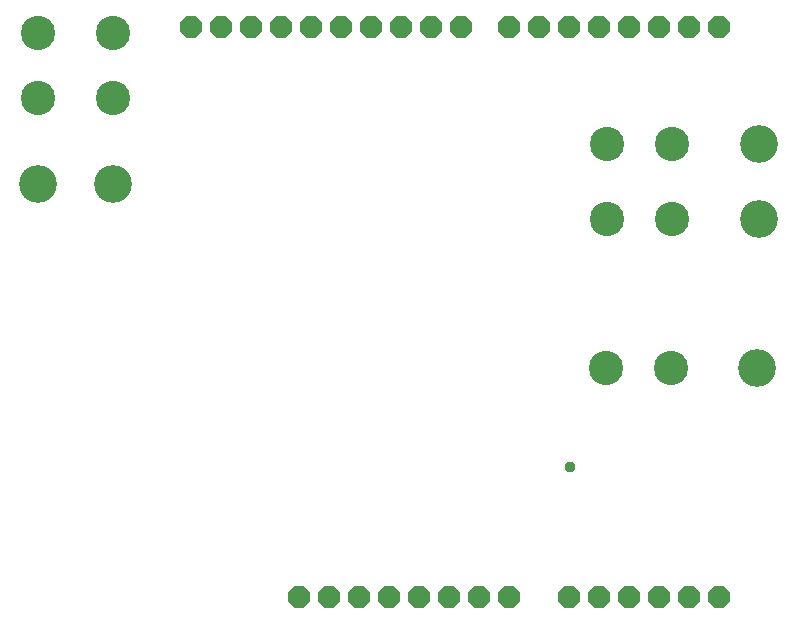
<source format=gbr>
G04 EAGLE Gerber RS-274X export*
G75*
%MOMM*%
%FSLAX34Y34*%
%LPD*%
%INSoldermask Bottom*%
%IPPOS*%
%AMOC8*
5,1,8,0,0,1.08239X$1,22.5*%
G01*
%ADD10P,2.034460X8X22.500000*%
%ADD11C,2.903200*%
%ADD12C,3.203200*%
%ADD13C,0.959600*%


D10*
X955040Y495300D03*
X929640Y12700D03*
X980440Y495300D03*
X1005840Y495300D03*
X1031240Y495300D03*
X1056640Y495300D03*
X929640Y495300D03*
X904240Y495300D03*
X878840Y495300D03*
X838200Y495300D03*
X812800Y495300D03*
X787400Y495300D03*
X762000Y495300D03*
X736600Y495300D03*
X711200Y495300D03*
X685800Y495300D03*
X660400Y495300D03*
X955040Y12700D03*
X980440Y12700D03*
X1005840Y12700D03*
X1031240Y12700D03*
X1056640Y12700D03*
X878840Y12700D03*
X853440Y12700D03*
X828040Y12700D03*
X802640Y12700D03*
X777240Y12700D03*
X751840Y12700D03*
X635000Y495300D03*
X609600Y495300D03*
X726440Y12700D03*
X701040Y12700D03*
D11*
X1016000Y207010D03*
X961000Y207010D03*
D12*
X1089000Y207010D03*
D11*
X1017270Y332740D03*
X962270Y332740D03*
D12*
X1090270Y332740D03*
D11*
X543560Y435610D03*
X543560Y490610D03*
D12*
X543560Y362610D03*
D11*
X480060Y435610D03*
X480060Y490610D03*
D12*
X480060Y362610D03*
D11*
X1017270Y396240D03*
X962270Y396240D03*
D12*
X1090270Y396240D03*
D13*
X930910Y123190D03*
M02*

</source>
